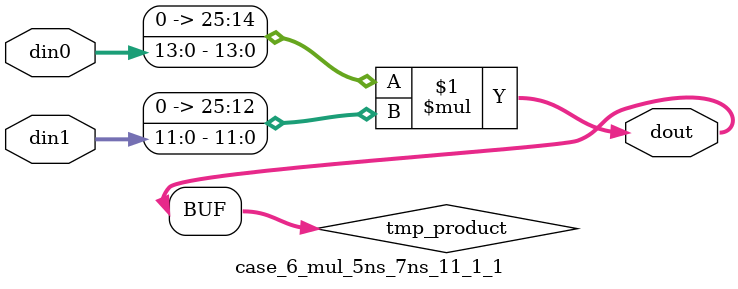
<source format=v>

`timescale 1 ns / 1 ps

 (* use_dsp = "no" *)  module case_6_mul_5ns_7ns_11_1_1(din0, din1, dout);
parameter ID = 1;
parameter NUM_STAGE = 0;
parameter din0_WIDTH = 14;
parameter din1_WIDTH = 12;
parameter dout_WIDTH = 26;

input [din0_WIDTH - 1 : 0] din0; 
input [din1_WIDTH - 1 : 0] din1; 
output [dout_WIDTH - 1 : 0] dout;

wire signed [dout_WIDTH - 1 : 0] tmp_product;
























assign tmp_product = $signed({1'b0, din0}) * $signed({1'b0, din1});











assign dout = tmp_product;





















endmodule

</source>
